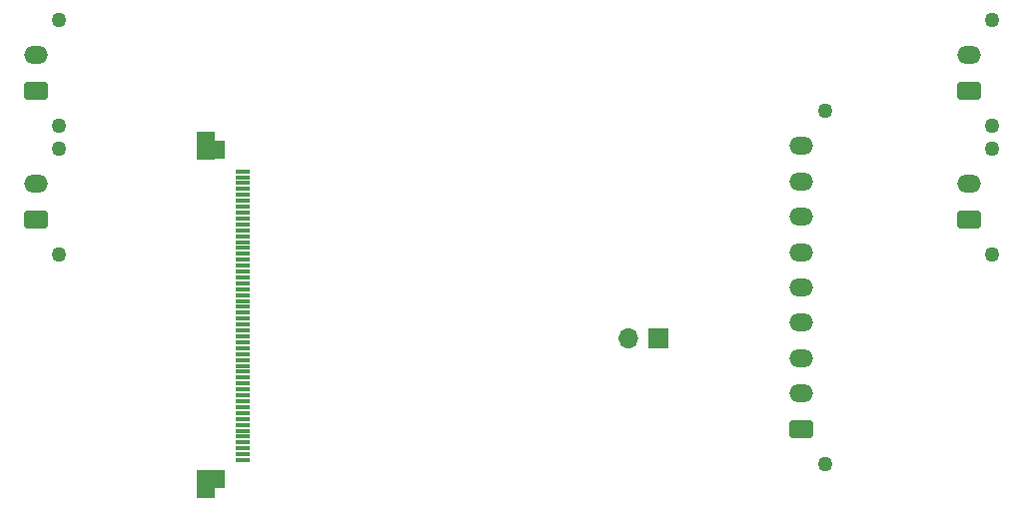
<source format=gbr>
%TF.GenerationSoftware,KiCad,Pcbnew,(6.0.2)*%
%TF.CreationDate,2022-04-06T15:05:21-04:00*%
%TF.ProjectId,SteeringHardware,53746565-7269-46e6-9748-617264776172,rev?*%
%TF.SameCoordinates,Original*%
%TF.FileFunction,Soldermask,Top*%
%TF.FilePolarity,Negative*%
%FSLAX46Y46*%
G04 Gerber Fmt 4.6, Leading zero omitted, Abs format (unit mm)*
G04 Created by KiCad (PCBNEW (6.0.2)) date 2022-04-06 15:05:21*
%MOMM*%
%LPD*%
G01*
G04 APERTURE LIST*
G04 Aperture macros list*
%AMRoundRect*
0 Rectangle with rounded corners*
0 $1 Rounding radius*
0 $2 $3 $4 $5 $6 $7 $8 $9 X,Y pos of 4 corners*
0 Add a 4 corners polygon primitive as box body*
4,1,4,$2,$3,$4,$5,$6,$7,$8,$9,$2,$3,0*
0 Add four circle primitives for the rounded corners*
1,1,$1+$1,$2,$3*
1,1,$1+$1,$4,$5*
1,1,$1+$1,$6,$7*
1,1,$1+$1,$8,$9*
0 Add four rect primitives between the rounded corners*
20,1,$1+$1,$2,$3,$4,$5,0*
20,1,$1+$1,$4,$5,$6,$7,0*
20,1,$1+$1,$6,$7,$8,$9,0*
20,1,$1+$1,$8,$9,$2,$3,0*%
G04 Aperture macros list end*
%ADD10R,1.200000X0.300000*%
%ADD11R,2.400000X1.600000*%
%ADD12R,1.600000X2.400000*%
%ADD13C,1.270000*%
%ADD14RoundRect,0.250001X0.759999X-0.499999X0.759999X0.499999X-0.759999X0.499999X-0.759999X-0.499999X0*%
%ADD15O,2.020000X1.500000*%
%ADD16R,1.700000X1.700000*%
%ADD17O,1.700000X1.700000*%
G04 APERTURE END LIST*
D10*
%TO.C,U101*%
X152525000Y-103250000D03*
X152525000Y-102750000D03*
X152525000Y-102250000D03*
X152525000Y-101750000D03*
X152525000Y-101250000D03*
X152525000Y-100750000D03*
X152525000Y-100250000D03*
X152525000Y-99750000D03*
X152525000Y-99250000D03*
X152525000Y-98750000D03*
X152525000Y-98250000D03*
X152525000Y-97750000D03*
X152525000Y-97250000D03*
X152525000Y-96750000D03*
X152525000Y-96250000D03*
X152525000Y-95750000D03*
X152525000Y-95250000D03*
X152525000Y-94750000D03*
X152525000Y-94250000D03*
X152525000Y-93750000D03*
X152525000Y-93250000D03*
X152525000Y-92750000D03*
X152525000Y-92250000D03*
X152525000Y-91750000D03*
X152525000Y-91250000D03*
X152525000Y-90750000D03*
X152525000Y-90250000D03*
X152525000Y-89750000D03*
X152525000Y-89250000D03*
X152525000Y-88750000D03*
X152525000Y-88250000D03*
X152525000Y-87750000D03*
X152525000Y-87250000D03*
X152525000Y-86750000D03*
X152525000Y-86250000D03*
X152525000Y-85750000D03*
X152525000Y-85250000D03*
X152525000Y-84750000D03*
X152525000Y-84250000D03*
X152525000Y-83750000D03*
X152525000Y-83250000D03*
X152525000Y-82750000D03*
X152525000Y-82250000D03*
X152525000Y-81750000D03*
X152525000Y-81250000D03*
X152525000Y-80750000D03*
X152525000Y-80250000D03*
X152525000Y-79750000D03*
X152525000Y-79250000D03*
X152525000Y-78750000D03*
D11*
X149825000Y-104850000D03*
D12*
X149425000Y-105250000D03*
D11*
X149825000Y-76950000D03*
D12*
X149425000Y-76550000D03*
%TD*%
D13*
%TO.C,J3*%
X201860000Y-73600000D03*
X201860000Y-103600000D03*
D14*
X199900000Y-100600000D03*
D15*
X199900000Y-97600000D03*
X199900000Y-94600000D03*
X199900000Y-91600000D03*
X199900000Y-88600000D03*
X199900000Y-85600000D03*
X199900000Y-82600000D03*
X199900000Y-79600000D03*
X199900000Y-76600000D03*
%TD*%
D16*
%TO.C,JP301*%
X187775000Y-92900000D03*
D17*
X185235000Y-92900000D03*
%TD*%
D13*
%TO.C,J104*%
X216045000Y-85800000D03*
X216045000Y-76800000D03*
D14*
X214085000Y-82800000D03*
D15*
X214085000Y-79800000D03*
%TD*%
D13*
%TO.C,J106*%
X136995000Y-85800000D03*
X136995000Y-76800000D03*
D14*
X135035000Y-82800000D03*
D15*
X135035000Y-79800000D03*
%TD*%
D13*
%TO.C,J105*%
X136995000Y-65900000D03*
X136995000Y-74900000D03*
D14*
X135035000Y-71900000D03*
D15*
X135035000Y-68900000D03*
%TD*%
D13*
%TO.C,J103*%
X216020000Y-65900000D03*
X216020000Y-74900000D03*
D14*
X214060000Y-71900000D03*
D15*
X214060000Y-68900000D03*
%TD*%
M02*

</source>
